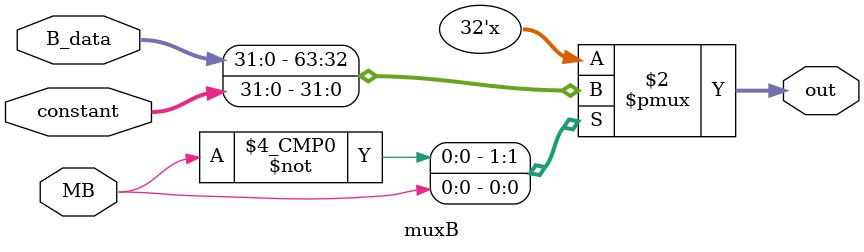
<source format=v>
module muxB(
    input wire [31:0] B_data,      // Register B data
    input wire [31:0] constant,    // Immediate constant value
    input wire MB,                 // Mux B select (0: B_data, 1: constant)
    output reg [31:0] out          // Mux B output
);
    /*
     * Mux B - Pipeline Stage: Decode and Operand Fetch (DOF)
     * 
     * This multiplexer selects the second operand for the ALU:
     * - If MB = 0, B_data (from register file) is selected
     * - If MB = 1, constant (from constant unit) is selected
     */

    always @(*) begin
        case (MB)
            1'b0: out = B_data;
            1'b1: out = constant;
            default: out = 32'hx;  // For simulation, mark invalid selections
        endcase
        
        // Debug output
        $display("MUXB DEBUG: MB=%b, B_data=%h, constant=%h, out=%h", MB, B_data, constant, out);
    end

endmodule

</source>
